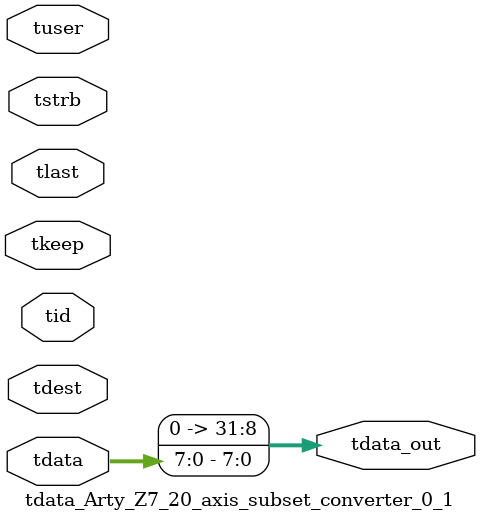
<source format=v>


`timescale 1ps/1ps

module tdata_Arty_Z7_20_axis_subset_converter_0_1 #
(
parameter C_S_AXIS_TDATA_WIDTH = 32,
parameter C_S_AXIS_TUSER_WIDTH = 0,
parameter C_S_AXIS_TID_WIDTH   = 0,
parameter C_S_AXIS_TDEST_WIDTH = 0,
parameter C_M_AXIS_TDATA_WIDTH = 32
)
(
input  [(C_S_AXIS_TDATA_WIDTH == 0 ? 1 : C_S_AXIS_TDATA_WIDTH)-1:0     ] tdata,
input  [(C_S_AXIS_TUSER_WIDTH == 0 ? 1 : C_S_AXIS_TUSER_WIDTH)-1:0     ] tuser,
input  [(C_S_AXIS_TID_WIDTH   == 0 ? 1 : C_S_AXIS_TID_WIDTH)-1:0       ] tid,
input  [(C_S_AXIS_TDEST_WIDTH == 0 ? 1 : C_S_AXIS_TDEST_WIDTH)-1:0     ] tdest,
input  [(C_S_AXIS_TDATA_WIDTH/8)-1:0 ] tkeep,
input  [(C_S_AXIS_TDATA_WIDTH/8)-1:0 ] tstrb,
input                                                                    tlast,
output [C_M_AXIS_TDATA_WIDTH-1:0] tdata_out
);

assign tdata_out = {tdata[7:0]};

endmodule


</source>
